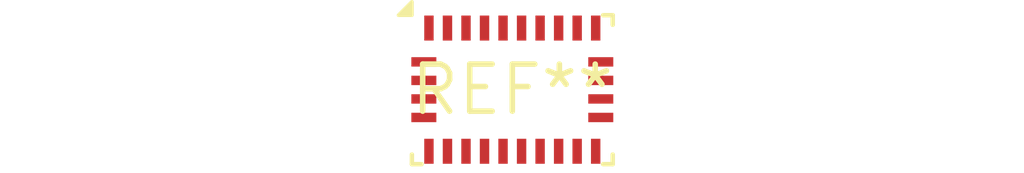
<source format=kicad_pcb>
(kicad_pcb (version 20240108) (generator pcbnew)
  (layers (0 "F.Cu" signal) (31 "B.Cu" signal) (34 "B.Paste" user) (35 "F.Paste" user) (36 "B.SilkS" user "B.Silkscreen") (37 "F.SilkS" user "F.Silkscreen") (38 "B.Mask" user) (39 "F.Mask" user) (44 "Edge.Cuts" user))
  (net 0 "")
  (footprint "LGA-28_5.2x3.8mm_P0.5mm" (layer "F.Cu") (at 0 0)
    (property "Reference" "REF**")
    (property "Value" "LGA-28_5.2x3.8mm_P0.5mm")
    (fp_line (start -2.71 2.01) (end -2.71 1.75) (layer "F.SilkS") (stroke (width 0.12)))
    (fp_line (start -2.71 2.01) (end -2.45 2.01) (layer "F.SilkS") (stroke (width 0.12)))
    (fp_line (start 2.71 -2.01) (end 2.45 -2.01) (layer "F.SilkS") (stroke (width 0.12)))
    (fp_line (start 2.71 -2.01) (end 2.71 -1.75) (layer "F.SilkS") (stroke (width 0.12)))
    (fp_line (start 2.71 2.01) (end 2.45 2.01) (layer "F.SilkS") (stroke (width 0.12)))
    (fp_line (start 2.71 2.01) (end 2.71 1.75) (layer "F.SilkS") (stroke (width 0.12)))
    (fp_poly (pts (xy -2.71 -2.01) (xy -3.07 -2.01) (xy -2.71 -2.37) (xy -2.71 -2.01)) (layer "F.SilkS") (stroke (width 0.1)) (fill solid))
    (pad "1" smd rect (at -2.25 -1.6625) (size 0.254 0.675) (layers "F.Cu" "F.Paste" "F.Mask"))
    (pad "2" smd rect (at -2.3875 -0.75 90) (size 0.254 0.675) (layers "F.Cu" "F.Paste" "F.Mask"))
    (pad "3" smd rect (at -2.3875 -0.25 90) (size 0.254 0.675) (layers "F.Cu" "F.Paste" "F.Mask"))
    (pad "4" smd rect (at -2.3875 0.25 90) (size 0.254 0.675) (layers "F.Cu" "F.Paste" "F.Mask"))
    (pad "5" smd rect (at -2.3875 0.75 90) (size 0.254 0.675) (layers "F.Cu" "F.Paste" "F.Mask"))
    (pad "6" smd rect (at -2.25 1.6625) (size 0.254 0.675) (layers "F.Cu" "F.Paste" "F.Mask"))
    (pad "7" smd rect (at -1.75 1.6625) (size 0.254 0.675) (layers "F.Cu" "F.Paste" "F.Mask"))
    (pad "8" smd rect (at -1.25 1.6625) (size 0.254 0.675) (layers "F.Cu" "F.Paste" "F.Mask"))
    (pad "9" smd rect (at -0.75 1.6625) (size 0.254 0.675) (layers "F.Cu" "F.Paste" "F.Mask"))
    (pad "10" smd rect (at -0.25 1.6625) (size 0.254 0.675) (layers "F.Cu" "F.Paste" "F.Mask"))
    (pad "11" smd rect (at 0.25 1.6625) (size 0.254 0.675) (layers "F.Cu" "F.Paste" "F.Mask"))
    (pad "12" smd rect (at 0.75 1.6625) (size 0.254 0.675) (layers "F.Cu" "F.Paste" "F.Mask"))
    (pad "13" smd rect (at 1.25 1.6625) (size 0.254 0.675) (layers "F.Cu" "F.Paste" "F.Mask"))
    (pad "14" smd rect (at 1.75 1.6625) (size 0.254 0.675) (layers "F.Cu" "F.Paste" "F.Mask"))
    (pad "15" smd rect (at 2.25 1.6625) (size 0.254 0.675) (layers "F.Cu" "F.Paste" "F.Mask"))
    (pad "16" smd rect (at 2.3875 0.75 90) (size 0.254 0.675) (layers "F.Cu" "F.Paste" "F.Mask"))
    (pad "17" smd rect (at 2.3875 0.25 90) (size 0.254 0.675) (layers "F.Cu" "F.Paste" "F.Mask"))
    (pad "18" smd rect (at 2.3875 -0.25 90) (size 0.254 0.675) (layers "F.Cu" "F.Paste" "F.Mask"))
    (pad "19" smd rect (at 2.3875 -0.75 90) (size 0.254 0.675) (layers "F.Cu" "F.Paste" "F.Mask"))
    (pad "20" smd rect (at 2.25 -1.6625) (size 0.254 0.675) (layers "F.Cu" "F.Paste" "F.Mask"))
    (pad "21" smd rect (at 1.75 -1.6625) (size 0.254 0.675) (layers "F.Cu" "F.Paste" "F.Mask"))
    (pad "22" smd rect (at 1.25 -1.6625) (size 0.254 0.675) (layers "F.Cu" "F.Paste" "F.Mask"))
    (pad "23" smd rect (at 0.75 -1.6625) (size 0.254 0.675) (layers "F.Cu" "F.Paste" "F.Mask"))
    (pad "24" smd rect (at 0.25 -1.6625) (size 0.254 0.675) (layers "F.Cu" "F.Paste" "F.Mask"))
    (pad "25" smd rect (at -0.25 -1.6625) (size 0.254 0.675) (layers "F.Cu" "F.Paste" "F.Mask"))
    (pad "26" smd rect (at -0.75 -1.6625) (size 0.254 0.675) (layers "F.Cu" "F.Paste" "F.Mask"))
    (pad "27" smd rect (at -1.25 -1.6625) (size 0.254 0.675) (layers "F.Cu" "F.Paste" "F.Mask"))
    (pad "28" smd rect (at -1.75 -1.6625) (size 0.254 0.675) (layers "F.Cu" "F.Paste" "F.Mask"))
  )
)
</source>
